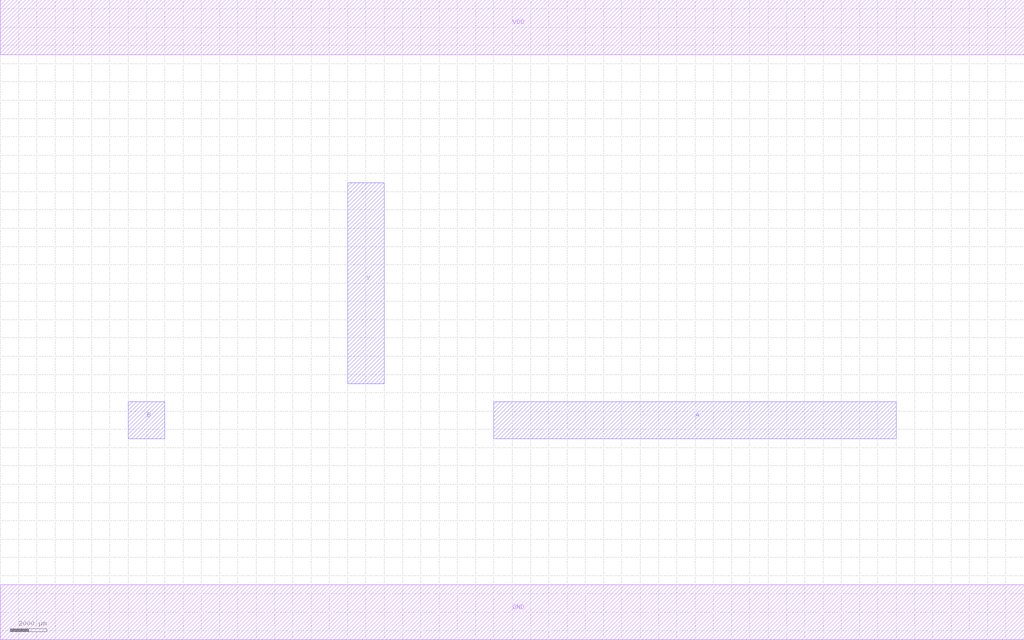
<source format=lef>
MACRO XOR2X1
 CLASS CORE ;
 ORIGIN 0 0 ;
 FOREIGN XOR2X1 0 0 ;
 SITE CORE ;
 SYMMETRY X Y R90 ;
  PIN VDD
   DIRECTION INOUT ;
   USE SIGNAL ;
   SHAPE ABUTMENT ;
    PORT
     CLASS CORE ;
       LAYER metal1 ;
        RECT 0.00000000 30500.00000000 56000.00000000 33500.00000000 ;
    END
  END VDD

  PIN GND
   DIRECTION INOUT ;
   USE SIGNAL ;
   SHAPE ABUTMENT ;
    PORT
     CLASS CORE ;
       LAYER metal1 ;
        RECT 0.00000000 -1500.00000000 56000.00000000 1500.00000000 ;
    END
  END GND

  PIN B
   DIRECTION INOUT ;
   USE SIGNAL ;
   SHAPE ABUTMENT ;
    PORT
     CLASS CORE ;
       LAYER metal2 ;
        RECT 7000.00000000 9500.00000000 9000.00000000 11500.00000000 ;
    END
  END B

  PIN A
   DIRECTION INOUT ;
   USE SIGNAL ;
   SHAPE ABUTMENT ;
    PORT
     CLASS CORE ;
       LAYER metal2 ;
        RECT 27000.00000000 9500.00000000 49000.00000000 11500.00000000 ;
    END
  END A

  PIN Y
   DIRECTION INOUT ;
   USE SIGNAL ;
   SHAPE ABUTMENT ;
    PORT
     CLASS CORE ;
       LAYER metal2 ;
        RECT 19000.00000000 12500.00000000 21000.00000000 23500.00000000 ;
    END
  END Y


END XOR2X1

</source>
